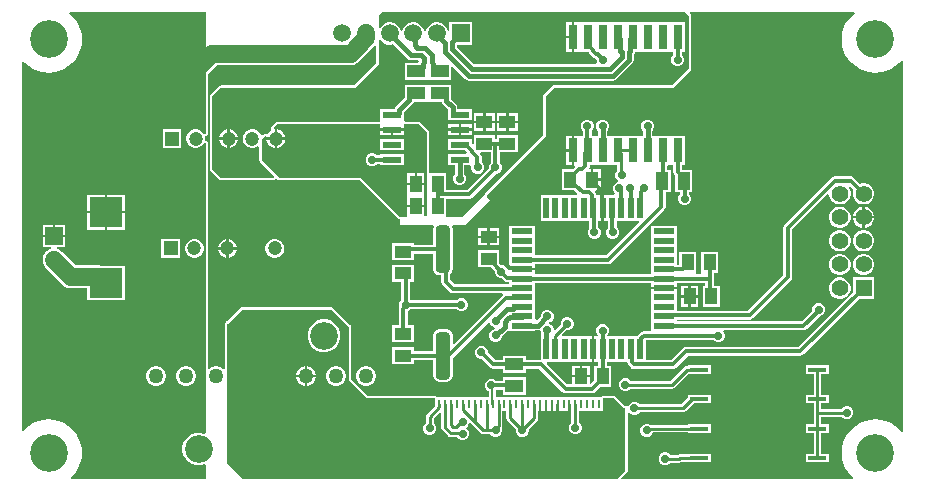
<source format=gtl>
G04*
G04 #@! TF.GenerationSoftware,Altium Limited,Altium Designer,23.11.1 (41)*
G04*
G04 Layer_Physical_Order=1*
G04 Layer_Color=255*
%FSLAX43Y43*%
%MOMM*%
G71*
G04*
G04 #@! TF.SameCoordinates,A9BB8E2F-42CC-474E-B4F6-770058E49C0A*
G04*
G04*
G04 #@! TF.FilePolarity,Positive*
G04*
G01*
G75*
%ADD12C,0.200*%
%ADD13C,0.254*%
%ADD39R,1.400X1.050*%
%ADD40R,1.050X1.400*%
%ADD41R,1.500X1.050*%
%ADD42R,1.600X0.600*%
G04:AMPARAMS|DCode=43|XSize=1.2mm|YSize=4mm|CornerRadius=0.3mm|HoleSize=0mm|Usage=FLASHONLY|Rotation=180.000|XOffset=0mm|YOffset=0mm|HoleType=Round|Shape=RoundedRectangle|*
%AMROUNDEDRECTD43*
21,1,1.200,3.400,0,0,180.0*
21,1,0.600,4.000,0,0,180.0*
1,1,0.600,-0.300,1.700*
1,1,0.600,0.300,1.700*
1,1,0.600,0.300,-1.700*
1,1,0.600,-0.300,-1.700*
%
%ADD43ROUNDEDRECTD43*%
%ADD44R,0.280X0.750*%
%ADD45R,1.800X0.500*%
%ADD46R,0.500X1.800*%
%ADD47R,2.770X2.550*%
%ADD48R,1.600X0.300*%
%ADD49R,0.800X2.100*%
%ADD50R,1.050X1.500*%
%ADD51C,0.350*%
%ADD52C,0.381*%
%ADD53C,0.250*%
%ADD54C,1.500*%
%ADD55C,1.200*%
%ADD56R,1.200X1.200*%
%ADD57R,1.500X1.500*%
%ADD58C,1.500*%
%ADD59C,1.400*%
%ADD60R,1.400X1.400*%
%ADD61C,1.260*%
%ADD62C,2.350*%
%ADD63R,1.500X1.500*%
%ADD64C,3.200*%
%ADD65C,0.700*%
G36*
X56713Y39478D02*
X56713Y35013D01*
X55300Y33600D01*
X45207D01*
X44400Y32793D01*
Y29377D01*
X39650Y24627D01*
X39469Y24447D01*
X39469D01*
X37493Y22470D01*
X36292D01*
X36165Y22470D01*
Y23988D01*
X37627D01*
X37627Y23988D01*
X38063D01*
X38209Y24017D01*
X38333Y24100D01*
X40354Y26120D01*
X40413D01*
X40615Y26204D01*
X40770Y26358D01*
X40854Y26561D01*
Y26779D01*
X40770Y26982D01*
X40686Y27065D01*
Y27933D01*
X42249D01*
Y29382D01*
X40449D01*
Y29040D01*
X40304D01*
Y29382D01*
X38504D01*
Y28668D01*
X38379Y28613D01*
X38315Y28663D01*
Y29100D01*
X36315D01*
Y28100D01*
X37774D01*
X37909Y27965D01*
X37871Y27849D01*
X37846Y27830D01*
X36315D01*
Y26830D01*
X36917D01*
Y26090D01*
X36849Y26022D01*
X36765Y25819D01*
Y25601D01*
X36849Y25398D01*
X37003Y25244D01*
X37206Y25160D01*
X37424D01*
X37627Y25244D01*
X37781Y25398D01*
X37865Y25601D01*
Y25819D01*
X37781Y26022D01*
X37713Y26090D01*
Y26830D01*
X38181D01*
X38298Y26779D01*
X38298Y26710D01*
Y26561D01*
X38381Y26358D01*
X38536Y26204D01*
X38738Y26120D01*
X38957D01*
X39159Y26204D01*
X39314Y26358D01*
X39398Y26561D01*
Y26779D01*
X39314Y26982D01*
X39163Y27132D01*
Y27525D01*
X39134Y27672D01*
X39051Y27796D01*
X39032Y27815D01*
X39080Y27933D01*
X39922D01*
Y27065D01*
X39838Y26982D01*
X39754Y26779D01*
Y26602D01*
X37905Y24752D01*
X37627D01*
X37627Y24752D01*
X36165D01*
Y26170D01*
X34719D01*
Y29670D01*
X34719Y29670D01*
X34703Y29748D01*
X34659Y29814D01*
X33990Y30484D01*
X33923Y30528D01*
X33845Y30544D01*
X32674D01*
X32600Y30640D01*
X32600Y30670D01*
Y31211D01*
X32608Y31250D01*
Y31375D01*
X33337Y32104D01*
X33415Y32220D01*
X34538D01*
X34565Y32220D01*
X34665D01*
X34692Y32220D01*
X35788D01*
X35807Y32128D01*
X35893Y31999D01*
X36307Y31585D01*
Y31250D01*
X36315Y31211D01*
Y30640D01*
X38315D01*
Y31640D01*
X37104D01*
Y31750D01*
X37073Y31902D01*
X36987Y32031D01*
X36573Y32445D01*
Y32611D01*
X36565Y32649D01*
Y33670D01*
X34692D01*
X34665Y33670D01*
X34565D01*
X34538Y33670D01*
X32665D01*
Y32649D01*
X32657Y32611D01*
Y32550D01*
X31928Y31821D01*
X31842Y31692D01*
X31831Y31640D01*
X30600D01*
Y30671D01*
X30600Y30640D01*
X30526Y30544D01*
X21881D01*
X21803Y30528D01*
X21737Y30484D01*
X21414Y30161D01*
X21407Y30150D01*
X21397Y30141D01*
X21385Y30117D01*
X21370Y30095D01*
X21367Y30082D01*
X21361Y30070D01*
X21360Y30043D01*
X21354Y30017D01*
X21357Y30004D01*
X21356Y29991D01*
X21365Y29965D01*
X21370Y29939D01*
X21354Y29813D01*
X21352Y29802D01*
X21259Y29749D01*
X21110Y29600D01*
X21055Y29506D01*
X20920Y29489D01*
X20894Y29494D01*
X20868Y29503D01*
X20855Y29502D01*
X20842Y29504D01*
X20816Y29499D01*
X20789Y29497D01*
X20777Y29491D01*
X20764Y29489D01*
X20741Y29474D01*
X20718Y29462D01*
X20709Y29452D01*
X20697Y29445D01*
X20622Y29369D01*
X20500Y29402D01*
X20495Y29418D01*
X20390Y29600D01*
X20241Y29749D01*
X20059Y29854D01*
X19855Y29909D01*
X19645D01*
X19441Y29854D01*
X19259Y29749D01*
X19110Y29600D01*
X19005Y29418D01*
X18950Y29214D01*
Y29003D01*
X19005Y28800D01*
X19110Y28618D01*
X19259Y28469D01*
X19441Y28363D01*
X19645Y28309D01*
X19855D01*
X20059Y28363D01*
X20219Y28456D01*
X20346Y28413D01*
Y27247D01*
X20362Y27169D01*
X20406Y27103D01*
X21602Y25906D01*
X21554Y25789D01*
X17092D01*
X16380Y26500D01*
X16363D01*
Y32716D01*
X16378D01*
X17062Y33400D01*
X28411D01*
X30449Y35438D01*
Y37464D01*
X30576Y37498D01*
X30623Y37417D01*
X30800Y37240D01*
X31017Y37115D01*
X31258Y37050D01*
X31508D01*
X31702Y37102D01*
X32923Y35881D01*
X33052Y35795D01*
X33205Y35765D01*
X33771D01*
X33839Y35638D01*
X33807Y35590D01*
X33793Y35520D01*
X32665D01*
Y34070D01*
X34565D01*
Y34070D01*
X34665D01*
Y34070D01*
X36565D01*
Y35187D01*
X36682Y35236D01*
X37800Y34118D01*
X37929Y34032D01*
X38081Y34002D01*
X50274D01*
X50426Y34032D01*
X50555Y34118D01*
X51927Y35490D01*
X52013Y35619D01*
X52043Y35771D01*
Y36236D01*
X52121Y36352D01*
X52141Y36452D01*
X52598Y36452D01*
X52690Y36452D01*
X53776D01*
X53868Y36452D01*
X53960Y36452D01*
X55046D01*
X55138Y36452D01*
X55230Y36452D01*
X55390D01*
Y36162D01*
X55306Y36078D01*
X55223Y35876D01*
Y35657D01*
X55306Y35455D01*
X55461Y35300D01*
X55663Y35216D01*
X55882D01*
X56084Y35300D01*
X56239Y35455D01*
X56323Y35657D01*
Y35876D01*
X56239Y36078D01*
X56155Y36162D01*
Y36452D01*
X56373D01*
Y38952D01*
X55230D01*
X55138Y38952D01*
X55046Y38952D01*
X53960D01*
X53868Y38952D01*
X53776Y38952D01*
X52690D01*
X52598Y38952D01*
X52506Y38952D01*
X51363D01*
Y38952D01*
X51293D01*
Y38952D01*
X50093D01*
Y38952D01*
X50023D01*
Y38952D01*
X48823D01*
Y38952D01*
X48753D01*
Y38952D01*
X47610D01*
X47518Y38952D01*
X47426Y38952D01*
X46983D01*
Y37702D01*
Y36452D01*
X47426D01*
X47518Y36452D01*
X47610Y36452D01*
X48212D01*
X48267Y36397D01*
X48272Y36373D01*
X48355Y36249D01*
X48597Y36007D01*
X48721Y35924D01*
X48805Y35907D01*
X48928Y35785D01*
Y35666D01*
X48972Y35560D01*
X48887Y35433D01*
X38509D01*
X37099Y36843D01*
Y37050D01*
X38333D01*
Y38950D01*
X36433D01*
Y38243D01*
X36306Y38226D01*
X36269Y38367D01*
X36144Y38583D01*
X35967Y38760D01*
X35750Y38885D01*
X35508Y38950D01*
X35258D01*
X35017Y38885D01*
X34800Y38760D01*
X34623Y38583D01*
X34498Y38367D01*
X34449Y38184D01*
X34318D01*
X34269Y38367D01*
X34144Y38583D01*
X33967Y38760D01*
X33750Y38885D01*
X33508Y38950D01*
X33258D01*
X33017Y38885D01*
X32800Y38760D01*
X32623Y38583D01*
X32498Y38367D01*
X32449Y38184D01*
X32318D01*
X32269Y38367D01*
X32144Y38583D01*
X31967Y38760D01*
X31750Y38885D01*
X31508Y38950D01*
X31258D01*
X31017Y38885D01*
X30800Y38760D01*
X30623Y38583D01*
X30576Y38502D01*
X30449Y38536D01*
Y39533D01*
X30761Y39845D01*
X56345D01*
X56713Y39478D01*
D02*
G37*
G36*
X15790Y29508D02*
X15663Y29474D01*
X15590Y29600D01*
X15441Y29749D01*
X15259Y29854D01*
X15055Y29909D01*
X14845D01*
X14641Y29854D01*
X14459Y29749D01*
X14310Y29600D01*
X14205Y29418D01*
X14150Y29214D01*
Y29003D01*
X14205Y28800D01*
X14310Y28618D01*
X14459Y28469D01*
X14641Y28363D01*
X14845Y28309D01*
X15055D01*
X15259Y28363D01*
X15441Y28469D01*
X15590Y28618D01*
X15663Y28744D01*
X15790Y28710D01*
Y4209D01*
X15663Y4124D01*
X15381Y4200D01*
X15019D01*
X14669Y4106D01*
X14356Y3925D01*
X14100Y3669D01*
X13919Y3356D01*
X13825Y3006D01*
Y2644D01*
X13919Y2294D01*
X14100Y1981D01*
X14356Y1725D01*
X14669Y1544D01*
X15019Y1450D01*
X15381D01*
X15663Y1526D01*
X15790Y1441D01*
Y255D01*
X4408D01*
X4364Y374D01*
X4505Y495D01*
X4794Y833D01*
X5027Y1213D01*
X5197Y1624D01*
X5301Y2056D01*
X5336Y2500D01*
X5301Y2944D01*
X5197Y3376D01*
X5027Y3787D01*
X4794Y4167D01*
X4505Y4505D01*
X4167Y4794D01*
X3787Y5027D01*
X3376Y5197D01*
X2944Y5301D01*
X2500Y5336D01*
X2056Y5301D01*
X1624Y5197D01*
X1213Y5027D01*
X833Y4794D01*
X495Y4505D01*
X374Y4364D01*
X255Y4408D01*
Y35592D01*
X374Y35636D01*
X495Y35495D01*
X833Y35206D01*
X1213Y34973D01*
X1624Y34803D01*
X2056Y34699D01*
X2500Y34664D01*
X2944Y34699D01*
X3376Y34803D01*
X3787Y34973D01*
X4167Y35206D01*
X4505Y35495D01*
X4794Y35833D01*
X5027Y36213D01*
X5197Y36624D01*
X5301Y37056D01*
X5336Y37500D01*
X5301Y37944D01*
X5197Y38376D01*
X5027Y38787D01*
X4794Y39167D01*
X4505Y39505D01*
X4256Y39718D01*
X4303Y39845D01*
X15790D01*
Y29508D01*
D02*
G37*
G36*
X34515Y29670D02*
Y22567D01*
X34442Y22511D01*
X34315Y22574D01*
Y23270D01*
X33590D01*
X32865D01*
X32865Y22470D01*
X32738Y22470D01*
X32280D01*
X28961Y25789D01*
X22008D01*
X20550Y27247D01*
Y29009D01*
X20842Y29300D01*
X20956Y29235D01*
X20950Y29214D01*
Y29209D01*
X21650D01*
Y29909D01*
X21645D01*
X21624Y29903D01*
X21558Y30017D01*
X21881Y30340D01*
X30600D01*
Y29970D01*
X31600D01*
X32600D01*
Y30340D01*
X33845D01*
X34515Y29670D01*
D02*
G37*
G36*
X70744Y39718D02*
X70495Y39505D01*
X70206Y39167D01*
X69973Y38787D01*
X69803Y38376D01*
X69699Y37944D01*
X69664Y37500D01*
X69699Y37056D01*
X69803Y36624D01*
X69973Y36213D01*
X70206Y35833D01*
X70495Y35495D01*
X70833Y35206D01*
X71213Y34973D01*
X71624Y34803D01*
X72056Y34699D01*
X72500Y34664D01*
X72944Y34699D01*
X73376Y34803D01*
X73787Y34973D01*
X74167Y35206D01*
X74505Y35495D01*
X74718Y35744D01*
X74845Y35697D01*
Y4303D01*
X74718Y4256D01*
X74505Y4505D01*
X74167Y4794D01*
X73787Y5027D01*
X73376Y5197D01*
X72944Y5301D01*
X72500Y5336D01*
X72056Y5301D01*
X71624Y5197D01*
X71213Y5027D01*
X70833Y4794D01*
X70495Y4505D01*
X70206Y4167D01*
X69973Y3787D01*
X69803Y3376D01*
X69699Y2944D01*
X69664Y2500D01*
X69699Y2056D01*
X69803Y1624D01*
X69973Y1213D01*
X70206Y833D01*
X70495Y495D01*
X70636Y374D01*
X70592Y255D01*
X51047D01*
X50999Y372D01*
X51482Y856D01*
X51527Y922D01*
X51542Y1000D01*
Y5859D01*
X51669Y5912D01*
X51781Y5799D01*
X51984Y5716D01*
X52202D01*
X52405Y5799D01*
X52539Y5934D01*
X56216D01*
X56342Y5959D01*
X56450Y6031D01*
X57119Y6700D01*
X58600D01*
Y7400D01*
X56600D01*
Y7119D01*
X56078Y6597D01*
X52539D01*
X52405Y6732D01*
X52202Y6816D01*
X51984D01*
X51781Y6732D01*
X51627Y6577D01*
X51587Y6481D01*
X51568Y6468D01*
X51433Y6442D01*
X51416Y6454D01*
X51338Y6470D01*
X51329D01*
X50544Y7254D01*
X50478Y7298D01*
X50400Y7314D01*
X49440D01*
X49362Y7298D01*
X49296Y7254D01*
X49252Y7188D01*
X49251Y7185D01*
X40366D01*
Y7809D01*
X40381Y7824D01*
X40999D01*
Y7432D01*
X42899D01*
Y8882D01*
X40999D01*
Y8589D01*
X40381D01*
X40297Y8673D01*
X40095Y8756D01*
X39876D01*
X39674Y8673D01*
X39519Y8518D01*
X39436Y8316D01*
Y8097D01*
X39519Y7895D01*
X39674Y7740D01*
X39754Y7707D01*
Y7185D01*
X35449D01*
X35448Y7188D01*
X35404Y7254D01*
X35338Y7298D01*
X35260Y7314D01*
X29588D01*
X28120Y8781D01*
X28104Y13181D01*
X28096Y13219D01*
X28088Y13258D01*
X28088Y13258D01*
X28088Y13259D01*
X28066Y13292D01*
X28044Y13324D01*
X26599Y14769D01*
X26533Y14813D01*
X26455Y14829D01*
X18900D01*
X18822Y14813D01*
X18756Y14769D01*
X18756Y14769D01*
X17627Y13641D01*
X17559Y13627D01*
X17493Y13583D01*
X17449Y13517D01*
X17433Y13439D01*
Y9610D01*
X17306Y9558D01*
X17200Y9664D01*
X17010Y9773D01*
X16799Y9830D01*
X16581D01*
X16370Y9773D01*
X16180Y9664D01*
X16121Y9605D01*
X15994Y9657D01*
Y28710D01*
X15991Y28723D01*
X15992Y28737D01*
X15984Y28762D01*
X15979Y28788D01*
X15971Y28799D01*
X15967Y28812D01*
X15949Y28832D01*
X15934Y28854D01*
X15923Y28862D01*
X15914Y28872D01*
X15890Y28884D01*
X15868Y28898D01*
X15855Y28901D01*
X15843Y28907D01*
X15732Y28937D01*
X15750Y29003D01*
Y29214D01*
X15732Y29281D01*
X15843Y29311D01*
X15855Y29317D01*
X15868Y29319D01*
X15890Y29334D01*
X15914Y29346D01*
X15923Y29356D01*
X15934Y29363D01*
X15949Y29386D01*
X15967Y29406D01*
X15971Y29418D01*
X15979Y29430D01*
X15984Y29456D01*
X15992Y29481D01*
X15991Y29494D01*
X15994Y29508D01*
Y34570D01*
X16766Y35342D01*
X28087D01*
X28335Y35374D01*
X28567Y35470D01*
X28765Y35622D01*
X30061Y36918D01*
X30118Y36993D01*
X30245Y36950D01*
Y35522D01*
X28327Y33604D01*
X17062D01*
X16984Y33588D01*
X16918Y33544D01*
X16918Y33544D01*
X16263Y32890D01*
X16219Y32860D01*
X16175Y32794D01*
X16159Y32716D01*
Y26500D01*
X16175Y26422D01*
X16219Y26356D01*
X16271Y26321D01*
X16947Y25645D01*
X17014Y25600D01*
X17092Y25585D01*
X21554D01*
X21632Y25600D01*
X21698Y25645D01*
X21851Y25657D01*
X21864Y25645D01*
X21930Y25600D01*
X22008Y25585D01*
X28877D01*
X32136Y22326D01*
X32202Y22282D01*
X32280Y22266D01*
Y21899D01*
X32138Y21757D01*
X35076D01*
X35136Y21645D01*
X35125Y21627D01*
X35086Y21432D01*
Y20115D01*
X33414D01*
Y20258D01*
X31614D01*
Y18808D01*
X33414D01*
Y19350D01*
X35086D01*
Y18032D01*
X35125Y17837D01*
X35235Y17672D01*
X35401Y17561D01*
X35596Y17523D01*
X35750D01*
Y16968D01*
X35779Y16822D01*
X35862Y16698D01*
X36457Y16102D01*
X36581Y16019D01*
X36728Y15990D01*
X40929D01*
X40967Y15863D01*
X40945Y15848D01*
X36823Y11726D01*
X36705Y11775D01*
Y12432D01*
X36667Y12627D01*
X36556Y12793D01*
X36391Y12903D01*
X36196Y12942D01*
X35596D01*
X35401Y12903D01*
X35235Y12793D01*
X35125Y12627D01*
X35086Y12432D01*
Y11115D01*
X33414D01*
Y11457D01*
X31614D01*
Y10007D01*
X33414D01*
Y10350D01*
X35086D01*
Y9032D01*
X35125Y8837D01*
X35235Y8672D01*
X35401Y8561D01*
X35596Y8523D01*
X36196D01*
X36391Y8561D01*
X36556Y8672D01*
X36667Y8837D01*
X36705Y9032D01*
Y10527D01*
X39702Y13524D01*
X39852Y13494D01*
X39901Y13375D01*
X40056Y13220D01*
X40214Y13154D01*
X40270Y13039D01*
X40273Y13009D01*
X40258Y12984D01*
X40056Y12901D01*
X39901Y12746D01*
X39817Y12544D01*
Y12325D01*
X39901Y12123D01*
X40056Y11968D01*
X40258Y11884D01*
X40477D01*
X40679Y11968D01*
X40833Y12123D01*
X40917Y12325D01*
Y12421D01*
X41377Y12881D01*
X41428Y12874D01*
X41504Y12837D01*
Y12803D01*
X43704D01*
Y12855D01*
X43912D01*
X44036Y12879D01*
X44040Y12880D01*
X44164Y12810D01*
Y12773D01*
X44206Y12670D01*
Y12353D01*
X44154D01*
Y10390D01*
X42899D01*
Y10732D01*
X40999D01*
Y10390D01*
X40305D01*
X39694Y11001D01*
Y11119D01*
X39610Y11322D01*
X39456Y11476D01*
X39253Y11560D01*
X39035D01*
X38832Y11476D01*
X38678Y11322D01*
X38594Y11119D01*
Y10901D01*
X38678Y10699D01*
X38832Y10544D01*
X39035Y10460D01*
X39153D01*
X39876Y9737D01*
X40000Y9654D01*
X40147Y9625D01*
X40999D01*
Y9282D01*
X42899D01*
Y9625D01*
X44011D01*
X45999Y7637D01*
X46123Y7554D01*
X46269Y7525D01*
X48529D01*
X48675Y7554D01*
X48799Y7637D01*
X49245Y8082D01*
X50154D01*
Y9882D01*
X49786D01*
Y10153D01*
X51503D01*
X51526Y10036D01*
X51609Y9912D01*
X51814Y9707D01*
X51938Y9624D01*
X52084Y9595D01*
X55328D01*
X55475Y9624D01*
X55599Y9707D01*
X56609Y10718D01*
X66157D01*
X66303Y10747D01*
X66427Y10830D01*
X71141Y15543D01*
X72400D01*
Y17343D01*
X70600D01*
Y16084D01*
X65999Y11482D01*
X56451D01*
X56304Y11453D01*
X56180Y11370D01*
X55170Y10360D01*
X53054D01*
Y11291D01*
X53061Y11328D01*
Y12018D01*
X58805D01*
X58888Y11934D01*
X59091Y11850D01*
X59309D01*
X59512Y11934D01*
X59666Y12088D01*
X59750Y12291D01*
Y12509D01*
X59666Y12712D01*
X59634Y12743D01*
X59687Y12870D01*
X66416D01*
X66562Y12899D01*
X66687Y12982D01*
X67785Y14081D01*
X67809D01*
X68012Y14165D01*
X68166Y14320D01*
X68250Y14522D01*
Y14741D01*
X68166Y14943D01*
X68012Y15098D01*
X67809Y15181D01*
X67591D01*
X67388Y15098D01*
X67234Y14943D01*
X67150Y14741D01*
Y14527D01*
X66258Y13635D01*
X55704D01*
Y13770D01*
X61857D01*
X62004Y13799D01*
X62128Y13882D01*
X65370Y17125D01*
X65453Y17249D01*
X65482Y17395D01*
Y21405D01*
X68483Y24405D01*
X68600Y24356D01*
Y24324D01*
X68661Y24095D01*
X68780Y23890D01*
X68947Y23723D01*
X69153Y23604D01*
X69382Y23543D01*
X69618D01*
X69847Y23604D01*
X70053Y23723D01*
X70220Y23890D01*
X70339Y24095D01*
X70400Y24324D01*
Y24561D01*
X70339Y24790D01*
X70271Y24908D01*
X70335Y25050D01*
X70349Y25053D01*
X70651Y24751D01*
X70600Y24561D01*
Y24324D01*
X70661Y24095D01*
X70780Y23890D01*
X70947Y23723D01*
X71153Y23604D01*
X71382Y23543D01*
X71618D01*
X71847Y23604D01*
X72053Y23723D01*
X72220Y23890D01*
X72339Y24095D01*
X72400Y24324D01*
Y24561D01*
X72339Y24790D01*
X72220Y24995D01*
X72053Y25163D01*
X71847Y25282D01*
X71618Y25343D01*
X71382D01*
X71192Y25292D01*
X70695Y25788D01*
X70571Y25871D01*
X70425Y25900D01*
X69055D01*
X68908Y25871D01*
X68784Y25788D01*
X64830Y21833D01*
X64747Y21709D01*
X64718Y21563D01*
Y17554D01*
X61699Y14535D01*
X55704D01*
Y15203D01*
Y16003D01*
Y16353D01*
X54604D01*
X53504D01*
Y16003D01*
Y15203D01*
Y14403D01*
Y13603D01*
Y12803D01*
X53386Y12782D01*
X52884D01*
X52738Y12753D01*
X52614Y12670D01*
X52409Y12465D01*
X52333Y12353D01*
X49842D01*
X49810Y12480D01*
X49870Y12540D01*
X49954Y12743D01*
Y12961D01*
X49870Y13164D01*
X49716Y13318D01*
X49513Y13402D01*
X49295D01*
X49093Y13318D01*
X48938Y13164D01*
X48854Y12961D01*
Y12743D01*
X48938Y12540D01*
X48999Y12480D01*
X48966Y12353D01*
X48704D01*
Y11253D01*
Y10153D01*
X49022D01*
Y9882D01*
X48704D01*
Y8623D01*
X48431Y8350D01*
X48304Y8403D01*
Y8882D01*
X47579D01*
X46854D01*
Y8290D01*
X46427D01*
X44682Y10035D01*
X44730Y10153D01*
X48504D01*
Y11253D01*
Y12353D01*
X45981D01*
X45932Y12470D01*
X46324Y12862D01*
X46512D01*
X46714Y12946D01*
X46869Y13101D01*
X46952Y13303D01*
Y13521D01*
X46869Y13724D01*
X46714Y13878D01*
X46512Y13962D01*
X46293D01*
X46091Y13878D01*
X45936Y13724D01*
X45852Y13521D01*
Y13334D01*
X45390Y12872D01*
X45263Y12924D01*
Y12991D01*
X45180Y13194D01*
X45025Y13348D01*
X44902Y13399D01*
Y13537D01*
X45025Y13588D01*
X45180Y13742D01*
X45263Y13944D01*
Y14163D01*
X45180Y14365D01*
X45025Y14520D01*
X44823Y14604D01*
X44604D01*
X44402Y14520D01*
X44247Y14365D01*
X44164Y14163D01*
Y14067D01*
X43831Y13734D01*
X43704Y13787D01*
Y14403D01*
Y15203D01*
Y16003D01*
Y16870D01*
X44573D01*
X44612Y16863D01*
X49276D01*
X49315Y16855D01*
X50265D01*
X50343Y16870D01*
X51808D01*
X51808Y16870D01*
X53504D01*
Y16553D01*
X54604D01*
X55704D01*
Y16870D01*
X58090D01*
Y16639D01*
X57893D01*
Y14839D01*
X59343D01*
Y16639D01*
X58854D01*
Y17739D01*
X59197D01*
Y19539D01*
X57747D01*
Y17739D01*
X57691Y17635D01*
X57403D01*
X57347Y17739D01*
Y19539D01*
X55897D01*
Y18435D01*
X55704D01*
Y19203D01*
Y20003D01*
Y20803D01*
Y21703D01*
X53504D01*
Y20803D01*
Y20003D01*
Y19203D01*
Y18403D01*
Y17635D01*
X51808D01*
X51808Y17635D01*
X50281D01*
X50202Y17619D01*
X49346D01*
X49307Y17627D01*
X44643D01*
X44604Y17635D01*
X43704D01*
Y17953D01*
X42604D01*
X41429D01*
X41383Y17947D01*
X41300Y18149D01*
X41145Y18304D01*
X40943Y18388D01*
X40824D01*
X40663Y18549D01*
Y18578D01*
X40656Y18615D01*
Y19653D01*
X38856D01*
Y18203D01*
X39953D01*
X40004Y18126D01*
X40283Y17847D01*
Y17728D01*
X40367Y17526D01*
X40522Y17371D01*
X40724Y17288D01*
X40855D01*
X41086Y17057D01*
X41210Y16974D01*
X41356Y16945D01*
X41504D01*
Y16755D01*
X36886D01*
X36514Y17126D01*
Y17644D01*
X36556Y17672D01*
X36667Y17837D01*
X36705Y18032D01*
Y21432D01*
X36667Y21627D01*
X36655Y21645D01*
X36715Y21757D01*
X37756D01*
X39913Y23914D01*
X39913Y23914D01*
X39640Y24187D01*
X39659Y24348D01*
X39794Y24483D01*
X44544Y29233D01*
X44588Y29299D01*
X44604Y29377D01*
Y32709D01*
X45291Y33396D01*
X55300D01*
X55378Y33412D01*
X55444Y33456D01*
X56857Y34868D01*
X56857Y34868D01*
X56901Y34935D01*
X56916Y35013D01*
X56916Y39478D01*
X56916Y39478D01*
X56901Y39556D01*
X56857Y39622D01*
X56751Y39728D01*
X56800Y39845D01*
X70697D01*
X70744Y39718D01*
D02*
G37*
G36*
X27900Y13180D02*
X27917Y8697D01*
X29499Y7114D01*
Y7110D01*
X35260D01*
Y6503D01*
X34535Y5778D01*
X34463Y5671D01*
X34438Y5544D01*
Y5009D01*
X34303Y4874D01*
X34219Y4672D01*
Y4453D01*
X34303Y4251D01*
X34458Y4096D01*
X34660Y4012D01*
X34879D01*
X35081Y4096D01*
X35235Y4251D01*
X35319Y4453D01*
Y4672D01*
X35235Y4874D01*
X35100Y5009D01*
Y5407D01*
X35642Y5948D01*
X35769Y5895D01*
Y4622D01*
X35794Y4495D01*
X35866Y4388D01*
X36305Y3948D01*
X36413Y3877D01*
X36539Y3851D01*
X37078D01*
X37098Y3803D01*
X37253Y3648D01*
X37455Y3564D01*
X37674D01*
X37876Y3648D01*
X38031Y3803D01*
X38115Y4005D01*
Y4223D01*
X38031Y4426D01*
X37921Y4535D01*
X37884Y4602D01*
X37920Y4700D01*
X38016Y4796D01*
X38100Y4998D01*
Y5001D01*
X38217Y5049D01*
X39087Y4179D01*
X39195Y4107D01*
X39322Y4082D01*
X39918D01*
X40053Y3947D01*
X40255Y3864D01*
X40474D01*
X40676Y3947D01*
X40831Y4102D01*
X40915Y4304D01*
Y4523D01*
X40881Y4606D01*
X40906Y4644D01*
X40931Y4771D01*
Y6035D01*
X41269D01*
Y5414D01*
X41294Y5287D01*
X41366Y5179D01*
X42050Y4495D01*
Y4304D01*
X42134Y4102D01*
X42288Y3947D01*
X42491Y3864D01*
X42709D01*
X42912Y3947D01*
X43066Y4102D01*
X43150Y4304D01*
Y4495D01*
X43834Y5179D01*
X43906Y5287D01*
X43931Y5414D01*
Y6035D01*
X44000D01*
Y6610D01*
X44200D01*
Y6035D01*
X44500D01*
Y6610D01*
X44700D01*
Y6035D01*
X45000D01*
Y6610D01*
X45200D01*
Y6035D01*
X45500D01*
Y6610D01*
X45700D01*
Y6035D01*
X46500D01*
Y6610D01*
X46700D01*
Y6035D01*
X46769D01*
Y5046D01*
X46634Y4912D01*
X46550Y4709D01*
Y4491D01*
X46634Y4288D01*
X46788Y4134D01*
X46991Y4050D01*
X47209D01*
X47412Y4134D01*
X47566Y4288D01*
X47650Y4491D01*
Y4709D01*
X47566Y4912D01*
X47431Y5046D01*
Y6035D01*
X49440D01*
Y7110D01*
X50400D01*
X51244Y6266D01*
X51338D01*
Y1000D01*
X50593Y255D01*
X18945D01*
X17681Y1519D01*
X17637D01*
Y13439D01*
X17714D01*
X18900Y14625D01*
X26455D01*
X27900Y13180D01*
D02*
G37*
%LPC*%
G36*
X46783Y38952D02*
X46283D01*
Y37802D01*
X46783D01*
Y38952D01*
D02*
G37*
G36*
Y37602D02*
X46283D01*
Y36452D01*
X46783D01*
Y37602D01*
D02*
G37*
G36*
X40304Y31233D02*
X39504D01*
Y30608D01*
X40304D01*
Y31233D01*
D02*
G37*
G36*
X42249D02*
X41449D01*
Y30608D01*
X42249D01*
Y31233D01*
D02*
G37*
G36*
X41249D02*
X40449D01*
Y30608D01*
X41249D01*
Y31233D01*
D02*
G37*
G36*
X39304D02*
X38504D01*
Y30608D01*
X39304D01*
Y31233D01*
D02*
G37*
G36*
X38315Y30370D02*
X37415D01*
Y29970D01*
X38315D01*
Y30370D01*
D02*
G37*
G36*
X37215D02*
X36315D01*
Y29970D01*
X37215D01*
Y30370D01*
D02*
G37*
G36*
X42249Y30407D02*
X41449D01*
Y29782D01*
X42249D01*
Y30407D01*
D02*
G37*
G36*
X41249D02*
X40449D01*
Y29782D01*
X41249D01*
Y30407D01*
D02*
G37*
G36*
X40304D02*
X39504D01*
Y29782D01*
X40304D01*
Y30407D01*
D02*
G37*
G36*
X39304D02*
X38504D01*
Y29782D01*
X39304D01*
Y30407D01*
D02*
G37*
G36*
X38315Y29770D02*
X37415D01*
Y29370D01*
X38315D01*
Y29770D01*
D02*
G37*
G36*
X37215D02*
X36315D01*
Y29370D01*
X37215D01*
Y29770D01*
D02*
G37*
G36*
X17855Y29909D02*
X17850D01*
Y29209D01*
X18550D01*
Y29214D01*
X18495Y29418D01*
X18390Y29600D01*
X18241Y29749D01*
X18059Y29854D01*
X17855Y29909D01*
D02*
G37*
G36*
X17650D02*
X17645D01*
X17441Y29854D01*
X17259Y29749D01*
X17110Y29600D01*
X17005Y29418D01*
X16950Y29214D01*
Y29209D01*
X17650D01*
Y29909D01*
D02*
G37*
G36*
X18550Y29009D02*
X17850D01*
Y28309D01*
X17855D01*
X18059Y28363D01*
X18241Y28469D01*
X18390Y28618D01*
X18495Y28800D01*
X18550Y29003D01*
Y29009D01*
D02*
G37*
G36*
X17650D02*
X16950D01*
Y29003D01*
X17005Y28800D01*
X17110Y28618D01*
X17259Y28469D01*
X17441Y28363D01*
X17645Y28309D01*
X17650D01*
Y29009D01*
D02*
G37*
G36*
X13750Y29909D02*
X12150D01*
Y28309D01*
X13750D01*
Y29909D01*
D02*
G37*
G36*
X8964Y24353D02*
X7479D01*
Y22978D01*
X8964D01*
Y24353D01*
D02*
G37*
G36*
X7279D02*
X5794D01*
Y22978D01*
X7279D01*
Y24353D01*
D02*
G37*
G36*
X8964Y22778D02*
X7479D01*
Y21403D01*
X8964D01*
Y22778D01*
D02*
G37*
G36*
X7279D02*
X5794D01*
Y21403D01*
X7279D01*
Y22778D01*
D02*
G37*
G36*
X3901Y21814D02*
X3051D01*
Y20964D01*
X3901D01*
Y21814D01*
D02*
G37*
G36*
X2851D02*
X2001D01*
Y20964D01*
X2851D01*
Y21814D01*
D02*
G37*
G36*
X14955Y20600D02*
X14745D01*
X14541Y20545D01*
X14359Y20440D01*
X14210Y20291D01*
X14105Y20109D01*
X14050Y19905D01*
Y19695D01*
X14105Y19491D01*
X14210Y19309D01*
X14359Y19160D01*
X14541Y19055D01*
X14745Y19000D01*
X14955D01*
X15159Y19055D01*
X15341Y19160D01*
X15490Y19309D01*
X15595Y19491D01*
X15650Y19695D01*
Y19905D01*
X15595Y20109D01*
X15490Y20291D01*
X15341Y20440D01*
X15159Y20545D01*
X14955Y20600D01*
D02*
G37*
G36*
X13650D02*
X12050D01*
Y19000D01*
X13650D01*
Y20600D01*
D02*
G37*
G36*
X3901Y20764D02*
X2951D01*
X2001D01*
Y19914D01*
X2684D01*
X2703Y19790D01*
X2645Y19766D01*
X2584Y19749D01*
X2530Y19718D01*
X2472Y19694D01*
X2422Y19656D01*
X2367Y19624D01*
X2323Y19580D01*
X2273Y19542D01*
X2235Y19492D01*
X2190Y19447D01*
X2159Y19393D01*
X2121Y19343D01*
X2097Y19285D01*
X2065Y19231D01*
X2049Y19170D01*
X2025Y19112D01*
X2017Y19050D01*
X2001Y18989D01*
Y18926D01*
X1992Y18864D01*
X2001Y18802D01*
Y18739D01*
X2017Y18678D01*
X2025Y18616D01*
X2049Y18558D01*
X2065Y18497D01*
X2097Y18443D01*
X2121Y18385D01*
X2159Y18335D01*
X2190Y18281D01*
X2235Y18236D01*
X2273Y18186D01*
X3734Y16725D01*
X3933Y16573D01*
X4164Y16477D01*
X4412Y16445D01*
X5794D01*
Y15403D01*
X8964D01*
Y18353D01*
X6916D01*
X6854Y18361D01*
X4809D01*
X3628Y19542D01*
X3578Y19580D01*
X3534Y19624D01*
X3480Y19656D01*
X3430Y19694D01*
X3372Y19718D01*
X3317Y19749D01*
X3257Y19766D01*
X3199Y19790D01*
X3218Y19914D01*
X3901D01*
Y20764D01*
D02*
G37*
G36*
X14259Y9830D02*
X14041D01*
X13830Y9773D01*
X13640Y9664D01*
X13486Y9510D01*
X13377Y9320D01*
X13320Y9109D01*
Y8891D01*
X13377Y8680D01*
X13486Y8490D01*
X13640Y8336D01*
X13830Y8227D01*
X14041Y8170D01*
X14259D01*
X14470Y8227D01*
X14660Y8336D01*
X14814Y8490D01*
X14923Y8680D01*
X14980Y8891D01*
Y9109D01*
X14923Y9320D01*
X14814Y9510D01*
X14660Y9664D01*
X14470Y9773D01*
X14259Y9830D01*
D02*
G37*
G36*
X11719D02*
X11501D01*
X11290Y9773D01*
X11100Y9664D01*
X10946Y9510D01*
X10837Y9320D01*
X10780Y9109D01*
Y8891D01*
X10837Y8680D01*
X10946Y8490D01*
X11100Y8336D01*
X11290Y8227D01*
X11501Y8170D01*
X11719D01*
X11930Y8227D01*
X12120Y8336D01*
X12274Y8490D01*
X12383Y8680D01*
X12440Y8891D01*
Y9109D01*
X12383Y9320D01*
X12274Y9510D01*
X12120Y9664D01*
X11930Y9773D01*
X11719Y9830D01*
D02*
G37*
G36*
X32600Y29770D02*
X31700D01*
Y29370D01*
X32600D01*
Y29770D01*
D02*
G37*
G36*
X31500D02*
X30600D01*
Y29370D01*
X31500D01*
Y29770D01*
D02*
G37*
G36*
X21855Y29909D02*
X21850D01*
Y29209D01*
X22550D01*
Y29214D01*
X22495Y29418D01*
X22390Y29600D01*
X22241Y29749D01*
X22059Y29854D01*
X21855Y29909D01*
D02*
G37*
G36*
X22550Y29009D02*
X21850D01*
Y28309D01*
X21855D01*
X22059Y28363D01*
X22241Y28469D01*
X22390Y28618D01*
X22495Y28800D01*
X22550Y29003D01*
Y29009D01*
D02*
G37*
G36*
X21650D02*
X20950D01*
Y29003D01*
X21005Y28800D01*
X21110Y28618D01*
X21259Y28469D01*
X21441Y28363D01*
X21645Y28309D01*
X21650D01*
Y29009D01*
D02*
G37*
G36*
X32600Y29100D02*
X30600D01*
Y28100D01*
X32600D01*
Y29100D01*
D02*
G37*
G36*
X30009Y27850D02*
X29791D01*
X29588Y27766D01*
X29434Y27612D01*
X29350Y27409D01*
Y27191D01*
X29434Y26988D01*
X29588Y26834D01*
X29791Y26750D01*
X30009D01*
X30212Y26834D01*
X30310Y26933D01*
X30600D01*
Y26830D01*
X32600D01*
Y27830D01*
X30600D01*
Y27697D01*
X30280D01*
X30212Y27766D01*
X30009Y27850D01*
D02*
G37*
G36*
X34315Y26170D02*
X33690D01*
Y25370D01*
X34315D01*
Y26170D01*
D02*
G37*
G36*
X33490D02*
X32865D01*
Y25370D01*
X33490D01*
Y26170D01*
D02*
G37*
G36*
X33590Y25270D02*
D01*
Y25170D01*
X32865D01*
Y24397D01*
X32865Y24370D01*
Y24270D01*
X32865Y24243D01*
Y23470D01*
X33590D01*
X34315D01*
Y24243D01*
X34315Y24270D01*
Y24370D01*
X34315Y24397D01*
Y25170D01*
X33590D01*
Y25270D01*
D02*
G37*
G36*
X53342Y30708D02*
X53123D01*
X52921Y30625D01*
X52766Y30470D01*
X52683Y30268D01*
Y30049D01*
X52766Y29847D01*
X52834Y29779D01*
Y29442D01*
X52745Y29352D01*
X52598Y29352D01*
X52506Y29352D01*
X51363D01*
Y29352D01*
X51293D01*
Y29352D01*
X50150D01*
X50058Y29352D01*
X49966Y29352D01*
X49821D01*
Y29779D01*
X49889Y29847D01*
X49973Y30049D01*
Y30268D01*
X49889Y30470D01*
X49734Y30625D01*
X49532Y30708D01*
X49313D01*
X49111Y30625D01*
X48956Y30470D01*
X48873Y30268D01*
Y30049D01*
X48956Y29847D01*
X49024Y29779D01*
Y29442D01*
X48935Y29352D01*
X48788Y29352D01*
X48696Y29352D01*
X48506D01*
Y29792D01*
X48560Y29847D01*
X48644Y30049D01*
Y30268D01*
X48560Y30470D01*
X48406Y30625D01*
X48204Y30708D01*
X47985D01*
X47783Y30625D01*
X47628Y30470D01*
X47544Y30268D01*
Y30049D01*
X47628Y29847D01*
X47741Y29734D01*
Y29352D01*
X47610D01*
X47553Y29352D01*
Y29352D01*
X47483D01*
Y29352D01*
X46983D01*
Y28102D01*
Y26852D01*
X47013D01*
X47066Y26725D01*
X46864Y26524D01*
X45955D01*
Y24724D01*
X46993D01*
X47028Y24717D01*
X47274Y24470D01*
X47226Y24353D01*
X44154D01*
Y22153D01*
X48272D01*
Y21498D01*
X48238Y21464D01*
X48154Y21262D01*
Y21043D01*
X48238Y20841D01*
X48393Y20686D01*
X48595Y20603D01*
X48813D01*
X49016Y20686D01*
X49170Y20841D01*
X49254Y21043D01*
Y21262D01*
X49170Y21464D01*
X49036Y21598D01*
Y22153D01*
X49304D01*
Y23253D01*
Y24353D01*
X48902D01*
X48882Y24449D01*
X48799Y24573D01*
X48766Y24606D01*
X48815Y24724D01*
X49255D01*
Y25524D01*
X48530D01*
Y25624D01*
X48430D01*
Y26524D01*
X48365D01*
X48297Y26651D01*
X48306Y26664D01*
X48335Y26810D01*
Y26852D01*
X48788Y26852D01*
X48880Y26852D01*
X49966D01*
X50058Y26852D01*
X50150Y26852D01*
X50632D01*
Y26384D01*
X50560Y26312D01*
X50476Y26109D01*
Y25891D01*
X50560Y25688D01*
X50693Y25555D01*
X50687Y25456D01*
X50672Y25414D01*
X50528Y25354D01*
X50373Y25199D01*
X50289Y24997D01*
Y24778D01*
X50373Y24576D01*
X50469Y24480D01*
X50417Y24353D01*
X49504D01*
Y23253D01*
Y22153D01*
X49852D01*
Y21518D01*
X49799Y21464D01*
X49715Y21262D01*
Y21043D01*
X49799Y20841D01*
X49953Y20686D01*
X50155Y20603D01*
X50374D01*
X50576Y20686D01*
X50731Y20841D01*
X50815Y21043D01*
Y21262D01*
X50731Y21464D01*
X50617Y21579D01*
Y22153D01*
X52478D01*
X52526Y22035D01*
X49726Y19235D01*
X43704D01*
Y20003D01*
Y20803D01*
Y21703D01*
X41504D01*
Y20803D01*
Y20003D01*
Y19203D01*
Y18153D01*
X42604D01*
X43704D01*
Y18470D01*
X49884D01*
X50031Y18499D01*
X50155Y18582D01*
X54639Y23067D01*
X54722Y23191D01*
X54751Y23337D01*
Y24584D01*
X55160D01*
Y26484D01*
X54885D01*
Y26763D01*
X54975Y26852D01*
X55138Y26852D01*
X55230Y26852D01*
X55390D01*
Y26271D01*
X55419Y26124D01*
X55502Y26000D01*
X55560Y25943D01*
Y24584D01*
X55980D01*
Y24398D01*
X55896Y24314D01*
X55813Y24112D01*
Y23893D01*
X55896Y23691D01*
X56051Y23536D01*
X56253Y23453D01*
X56472D01*
X56674Y23536D01*
X56829Y23691D01*
X56913Y23893D01*
Y24112D01*
X56829Y24314D01*
X56745Y24398D01*
Y24584D01*
X57010D01*
Y26484D01*
X56155D01*
Y26852D01*
X56373D01*
Y29352D01*
X55230D01*
X55138Y29352D01*
X55046Y29352D01*
X53960D01*
X53868Y29352D01*
X53776Y29352D01*
X53631D01*
Y29779D01*
X53699Y29847D01*
X53783Y30049D01*
Y30268D01*
X53699Y30470D01*
X53544Y30625D01*
X53342Y30708D01*
D02*
G37*
G36*
X46783Y29352D02*
X46283D01*
Y28202D01*
X46783D01*
Y29352D01*
D02*
G37*
G36*
Y28002D02*
X46283D01*
Y26852D01*
X46783D01*
Y28002D01*
D02*
G37*
G36*
X49255Y26524D02*
X48630D01*
Y25724D01*
X49255D01*
Y26524D01*
D02*
G37*
G36*
X71618Y23343D02*
X71600D01*
Y22543D01*
X72400D01*
Y22561D01*
X72339Y22790D01*
X72220Y22995D01*
X72053Y23163D01*
X71847Y23282D01*
X71618Y23343D01*
D02*
G37*
G36*
X71400D02*
X71382D01*
X71153Y23282D01*
X70947Y23163D01*
X70780Y22995D01*
X70661Y22790D01*
X70600Y22561D01*
Y22543D01*
X71400D01*
Y23343D01*
D02*
G37*
G36*
X72400Y22343D02*
X71600D01*
Y21543D01*
X71618D01*
X71847Y21604D01*
X72053Y21723D01*
X72220Y21890D01*
X72339Y22095D01*
X72400Y22324D01*
Y22343D01*
D02*
G37*
G36*
X71400D02*
X70600D01*
Y22324D01*
X70661Y22095D01*
X70780Y21890D01*
X70947Y21723D01*
X71153Y21604D01*
X71382Y21543D01*
X71400D01*
Y22343D01*
D02*
G37*
G36*
X69618Y23343D02*
X69382D01*
X69153Y23282D01*
X68947Y23163D01*
X68780Y22995D01*
X68661Y22790D01*
X68600Y22561D01*
Y22324D01*
X68661Y22095D01*
X68780Y21890D01*
X68947Y21723D01*
X69153Y21604D01*
X69382Y21543D01*
X69618D01*
X69847Y21604D01*
X70053Y21723D01*
X70220Y21890D01*
X70339Y22095D01*
X70400Y22324D01*
Y22561D01*
X70339Y22790D01*
X70220Y22995D01*
X70053Y23163D01*
X69847Y23282D01*
X69618Y23343D01*
D02*
G37*
G36*
X40656Y21503D02*
X39856D01*
Y20878D01*
X40656D01*
Y21503D01*
D02*
G37*
G36*
X39656D02*
X38856D01*
Y20878D01*
X39656D01*
Y21503D01*
D02*
G37*
G36*
X40656Y20678D02*
X39856D01*
Y20053D01*
X40656D01*
Y20678D01*
D02*
G37*
G36*
X39656D02*
X38856D01*
Y20053D01*
X39656D01*
Y20678D01*
D02*
G37*
G36*
X17755Y20600D02*
X17750D01*
Y19900D01*
X18450D01*
Y19905D01*
X18395Y20109D01*
X18290Y20291D01*
X18141Y20440D01*
X17959Y20545D01*
X17755Y20600D01*
D02*
G37*
G36*
X17550D02*
X17545D01*
X17341Y20545D01*
X17159Y20440D01*
X17010Y20291D01*
X16905Y20109D01*
X16850Y19905D01*
Y19900D01*
X17550D01*
Y20600D01*
D02*
G37*
G36*
X71618Y21343D02*
X71382D01*
X71153Y21282D01*
X70947Y21163D01*
X70780Y20995D01*
X70661Y20790D01*
X70600Y20561D01*
Y20324D01*
X70661Y20095D01*
X70780Y19890D01*
X70947Y19723D01*
X71153Y19604D01*
X71382Y19543D01*
X71618D01*
X71847Y19604D01*
X72053Y19723D01*
X72220Y19890D01*
X72339Y20095D01*
X72400Y20324D01*
Y20561D01*
X72339Y20790D01*
X72220Y20995D01*
X72053Y21163D01*
X71847Y21282D01*
X71618Y21343D01*
D02*
G37*
G36*
X69618D02*
X69382D01*
X69153Y21282D01*
X68947Y21163D01*
X68780Y20995D01*
X68661Y20790D01*
X68600Y20561D01*
Y20324D01*
X68661Y20095D01*
X68780Y19890D01*
X68947Y19723D01*
X69153Y19604D01*
X69382Y19543D01*
X69618D01*
X69847Y19604D01*
X70053Y19723D01*
X70220Y19890D01*
X70339Y20095D01*
X70400Y20324D01*
Y20561D01*
X70339Y20790D01*
X70220Y20995D01*
X70053Y21163D01*
X69847Y21282D01*
X69618Y21343D01*
D02*
G37*
G36*
X21755Y20600D02*
X21545D01*
X21341Y20545D01*
X21159Y20440D01*
X21010Y20291D01*
X20905Y20109D01*
X20850Y19905D01*
Y19695D01*
X20905Y19491D01*
X21010Y19309D01*
X21159Y19160D01*
X21341Y19055D01*
X21545Y19000D01*
X21755D01*
X21959Y19055D01*
X22141Y19160D01*
X22290Y19309D01*
X22395Y19491D01*
X22450Y19695D01*
Y19905D01*
X22395Y20109D01*
X22290Y20291D01*
X22141Y20440D01*
X21959Y20545D01*
X21755Y20600D01*
D02*
G37*
G36*
X18450Y19700D02*
X17750D01*
Y19000D01*
X17755D01*
X17959Y19055D01*
X18141Y19160D01*
X18290Y19309D01*
X18395Y19491D01*
X18450Y19695D01*
Y19700D01*
D02*
G37*
G36*
X17550D02*
X16850D01*
Y19695D01*
X16905Y19491D01*
X17010Y19309D01*
X17159Y19160D01*
X17341Y19055D01*
X17545Y19000D01*
X17550D01*
Y19700D01*
D02*
G37*
G36*
X71618Y19343D02*
X71382D01*
X71153Y19282D01*
X70947Y19163D01*
X70780Y18995D01*
X70661Y18790D01*
X70600Y18561D01*
Y18324D01*
X70661Y18095D01*
X70780Y17890D01*
X70947Y17723D01*
X71153Y17604D01*
X71382Y17543D01*
X71618D01*
X71847Y17604D01*
X72053Y17723D01*
X72220Y17890D01*
X72339Y18095D01*
X72400Y18324D01*
Y18561D01*
X72339Y18790D01*
X72220Y18995D01*
X72053Y19163D01*
X71847Y19282D01*
X71618Y19343D01*
D02*
G37*
G36*
X69618D02*
X69382D01*
X69153Y19282D01*
X68947Y19163D01*
X68780Y18995D01*
X68661Y18790D01*
X68600Y18561D01*
Y18324D01*
X68661Y18095D01*
X68780Y17890D01*
X68947Y17723D01*
X69153Y17604D01*
X69382Y17543D01*
X69618D01*
X69847Y17604D01*
X70053Y17723D01*
X70220Y17890D01*
X70339Y18095D01*
X70400Y18324D01*
Y18561D01*
X70339Y18790D01*
X70220Y18995D01*
X70053Y19163D01*
X69847Y19282D01*
X69618Y19343D01*
D02*
G37*
G36*
X57493Y16639D02*
X56868D01*
Y15839D01*
X57493D01*
Y16639D01*
D02*
G37*
G36*
X56668D02*
X56043D01*
Y15839D01*
X56668D01*
Y16639D01*
D02*
G37*
G36*
X69618Y17343D02*
X69382D01*
X69153Y17282D01*
X68947Y17163D01*
X68780Y16995D01*
X68661Y16790D01*
X68600Y16561D01*
Y16324D01*
X68661Y16095D01*
X68780Y15890D01*
X68947Y15723D01*
X69153Y15604D01*
X69382Y15543D01*
X69618D01*
X69847Y15604D01*
X70053Y15723D01*
X70220Y15890D01*
X70339Y16095D01*
X70400Y16324D01*
Y16561D01*
X70339Y16790D01*
X70220Y16995D01*
X70053Y17163D01*
X69847Y17282D01*
X69618Y17343D01*
D02*
G37*
G36*
X57493Y15639D02*
X56868D01*
Y14839D01*
X57493D01*
Y15639D01*
D02*
G37*
G36*
X56668D02*
X56043D01*
Y14839D01*
X56668D01*
Y15639D01*
D02*
G37*
G36*
X33414Y18408D02*
X31614D01*
Y16958D01*
X32368D01*
Y15443D01*
X32267Y15342D01*
X32183Y15140D01*
Y14921D01*
X32189Y14906D01*
X32161Y14863D01*
X32132Y14716D01*
Y13307D01*
X31614D01*
Y11857D01*
X33414D01*
Y13307D01*
X32896D01*
Y14502D01*
X33045Y14564D01*
X33122Y14641D01*
X37041D01*
X37132Y14551D01*
X37334Y14467D01*
X37553D01*
X37755Y14551D01*
X37910Y14706D01*
X37993Y14908D01*
Y15127D01*
X37910Y15329D01*
X37755Y15483D01*
X37553Y15567D01*
X37334D01*
X37132Y15483D01*
X37054Y15406D01*
X33135D01*
X33132Y15409D01*
Y16958D01*
X33414D01*
Y18408D01*
D02*
G37*
G36*
X48304Y9882D02*
X47679D01*
Y9082D01*
X48304D01*
Y9882D01*
D02*
G37*
G36*
X47479D02*
X46854D01*
Y9082D01*
X47479D01*
Y9882D01*
D02*
G37*
G36*
X58600Y9900D02*
X56600D01*
Y9881D01*
X56567D01*
X56441Y9856D01*
X56333Y9784D01*
X55150Y8601D01*
X51790D01*
X51655Y8736D01*
X51452Y8820D01*
X51234D01*
X51032Y8736D01*
X50877Y8581D01*
X50793Y8379D01*
Y8160D01*
X50877Y7958D01*
X51032Y7804D01*
X51234Y7720D01*
X51452D01*
X51655Y7804D01*
X51790Y7938D01*
X55287D01*
X55414Y7964D01*
X55522Y8036D01*
X56686Y9200D01*
X58600D01*
Y9900D01*
D02*
G37*
G36*
X29499Y9830D02*
X29281D01*
X29070Y9773D01*
X28880Y9664D01*
X28726Y9510D01*
X28617Y9320D01*
X28560Y9109D01*
Y8891D01*
X28617Y8680D01*
X28726Y8490D01*
X28880Y8336D01*
X29070Y8227D01*
X29281Y8170D01*
X29499D01*
X29710Y8227D01*
X29900Y8336D01*
X30054Y8490D01*
X30163Y8680D01*
X30220Y8891D01*
Y9109D01*
X30163Y9320D01*
X30054Y9510D01*
X29900Y9664D01*
X29710Y9773D01*
X29499Y9830D01*
D02*
G37*
G36*
X68600Y9900D02*
X66600D01*
Y9200D01*
X67269D01*
Y7400D01*
X66600D01*
Y6700D01*
X67269D01*
Y5800D01*
Y4900D01*
X66600D01*
Y4200D01*
X67269D01*
Y2400D01*
X66600D01*
Y1700D01*
X68600D01*
Y2400D01*
X67931D01*
Y4200D01*
X68600D01*
Y4900D01*
X67931D01*
Y5569D01*
X69654D01*
X69788Y5434D01*
X69991Y5350D01*
X70209D01*
X70412Y5434D01*
X70566Y5588D01*
X70650Y5791D01*
Y6009D01*
X70566Y6212D01*
X70412Y6366D01*
X70209Y6450D01*
X69991D01*
X69788Y6366D01*
X69654Y6231D01*
X67931D01*
Y6700D01*
X68600D01*
Y7400D01*
X67931D01*
Y9200D01*
X68600D01*
Y9900D01*
D02*
G37*
G36*
X53271Y4942D02*
X53052D01*
X52850Y4859D01*
X52695Y4704D01*
X52611Y4502D01*
Y4283D01*
X52695Y4081D01*
X52850Y3926D01*
X53052Y3842D01*
X53271D01*
X53473Y3926D01*
X53628Y4081D01*
X53685Y4219D01*
X56600D01*
Y4200D01*
X58600D01*
Y4900D01*
X56600D01*
Y4881D01*
X53418D01*
X53271Y4942D01*
D02*
G37*
G36*
X54810Y2534D02*
X54591D01*
X54389Y2450D01*
X54234Y2295D01*
X54150Y2093D01*
Y1874D01*
X54234Y1672D01*
X54389Y1517D01*
X54591Y1434D01*
X54810D01*
X55012Y1517D01*
X55147Y1652D01*
X55898D01*
X56025Y1678D01*
X56086Y1719D01*
X56600D01*
Y1700D01*
X58600D01*
Y2400D01*
X56600D01*
Y2381D01*
X55964D01*
X55837Y2356D01*
X55776Y2315D01*
X55147D01*
X55012Y2450D01*
X54810Y2534D01*
D02*
G37*
G36*
X25981Y13800D02*
X25619D01*
X25269Y13706D01*
X24956Y13525D01*
X24700Y13269D01*
X24519Y12956D01*
X24425Y12606D01*
Y12244D01*
X24519Y11894D01*
X24700Y11581D01*
X24956Y11325D01*
X25269Y11144D01*
X25619Y11050D01*
X25981D01*
X26331Y11144D01*
X26644Y11325D01*
X26900Y11581D01*
X27081Y11894D01*
X27175Y12244D01*
Y12606D01*
X27081Y12956D01*
X26900Y13269D01*
X26644Y13525D01*
X26331Y13706D01*
X25981Y13800D01*
D02*
G37*
G36*
X24419Y9830D02*
X24410D01*
Y9100D01*
X25140D01*
Y9109D01*
X25083Y9320D01*
X24974Y9510D01*
X24820Y9664D01*
X24630Y9773D01*
X24419Y9830D01*
D02*
G37*
G36*
X24210D02*
X24201D01*
X23990Y9773D01*
X23800Y9664D01*
X23646Y9510D01*
X23537Y9320D01*
X23480Y9109D01*
Y9100D01*
X24210D01*
Y9830D01*
D02*
G37*
G36*
X26959D02*
X26741D01*
X26530Y9773D01*
X26340Y9664D01*
X26186Y9510D01*
X26077Y9320D01*
X26020Y9109D01*
Y8891D01*
X26077Y8680D01*
X26186Y8490D01*
X26340Y8336D01*
X26530Y8227D01*
X26741Y8170D01*
X26959D01*
X27170Y8227D01*
X27360Y8336D01*
X27514Y8490D01*
X27623Y8680D01*
X27680Y8891D01*
Y9109D01*
X27623Y9320D01*
X27514Y9510D01*
X27360Y9664D01*
X27170Y9773D01*
X26959Y9830D01*
D02*
G37*
G36*
X25140Y8900D02*
X24410D01*
Y8170D01*
X24419D01*
X24630Y8227D01*
X24820Y8336D01*
X24974Y8490D01*
X25083Y8680D01*
X25140Y8891D01*
Y8900D01*
D02*
G37*
G36*
X24210D02*
X23480D01*
Y8891D01*
X23537Y8680D01*
X23646Y8490D01*
X23800Y8336D01*
X23990Y8227D01*
X24201Y8170D01*
X24210D01*
Y8900D01*
D02*
G37*
%LPD*%
D12*
X39986Y8206D02*
X40060Y8132D01*
Y6650D02*
X40100Y6610D01*
X40060Y6650D02*
Y8132D01*
D13*
X45404Y11253D02*
Y12414D01*
X46402Y13412D01*
X50966Y26060D02*
X51026Y26000D01*
X50966Y26060D02*
Y27829D01*
X50693Y28102D02*
X50966Y27829D01*
X50693Y28102D02*
X51963D01*
D39*
X39404Y30507D02*
D03*
Y28657D02*
D03*
X41349Y30507D02*
D03*
Y28657D02*
D03*
X32514Y19533D02*
D03*
Y17683D02*
D03*
Y10732D02*
D03*
Y12582D02*
D03*
X39756Y20778D02*
D03*
Y18928D02*
D03*
D40*
X33590Y23370D02*
D03*
X35440D02*
D03*
X33590Y25270D02*
D03*
X35440D02*
D03*
X47579Y8982D02*
D03*
X49429D02*
D03*
X48530Y25624D02*
D03*
X46680D02*
D03*
X58618Y15739D02*
D03*
X56768D02*
D03*
X56622Y18639D02*
D03*
X58472D02*
D03*
D41*
X35615Y32945D02*
D03*
Y34795D02*
D03*
X33615Y32945D02*
D03*
Y34795D02*
D03*
X41949Y10007D02*
D03*
Y8157D02*
D03*
D42*
X37315Y28600D02*
D03*
Y29870D02*
D03*
Y31140D02*
D03*
X31600D02*
D03*
Y29870D02*
D03*
Y28600D02*
D03*
X37315Y27330D02*
D03*
X31600D02*
D03*
D43*
X35896Y10732D02*
D03*
Y19732D02*
D03*
D44*
X45600Y6610D02*
D03*
X46100D02*
D03*
X46600D02*
D03*
X47100D02*
D03*
X47600D02*
D03*
X48100D02*
D03*
X48600D02*
D03*
X49100D02*
D03*
X45100D02*
D03*
X44600D02*
D03*
X44100D02*
D03*
X43600D02*
D03*
X43100D02*
D03*
X42600D02*
D03*
X42100D02*
D03*
X41600D02*
D03*
X41100D02*
D03*
X40600D02*
D03*
X40100D02*
D03*
X39600D02*
D03*
X39100D02*
D03*
X38600D02*
D03*
X38100D02*
D03*
X37600D02*
D03*
X37100D02*
D03*
X36600D02*
D03*
X36100D02*
D03*
X35600D02*
D03*
D45*
X42604Y15653D02*
D03*
Y14853D02*
D03*
Y14053D02*
D03*
Y13253D02*
D03*
Y16453D02*
D03*
Y17253D02*
D03*
Y21253D02*
D03*
Y20453D02*
D03*
Y19653D02*
D03*
Y18853D02*
D03*
X54604Y13253D02*
D03*
Y14053D02*
D03*
Y14853D02*
D03*
Y15653D02*
D03*
Y16453D02*
D03*
Y17253D02*
D03*
Y18853D02*
D03*
Y19653D02*
D03*
Y20453D02*
D03*
Y21253D02*
D03*
X42604Y18053D02*
D03*
X54604D02*
D03*
D46*
X51004Y23253D02*
D03*
X50204D02*
D03*
X49404D02*
D03*
X48604D02*
D03*
X47804D02*
D03*
X47004D02*
D03*
X46204D02*
D03*
X45404D02*
D03*
X44604D02*
D03*
X52604D02*
D03*
X44604Y11253D02*
D03*
X45404D02*
D03*
X46204D02*
D03*
X47004D02*
D03*
X47804D02*
D03*
X48604D02*
D03*
X49404D02*
D03*
X50204D02*
D03*
X51004D02*
D03*
X52604D02*
D03*
X51804Y23253D02*
D03*
Y11253D02*
D03*
D47*
X7379Y22878D02*
D03*
Y16878D02*
D03*
D48*
X67600Y2050D02*
D03*
Y4550D02*
D03*
Y7050D02*
D03*
Y9550D02*
D03*
X57600D02*
D03*
Y7050D02*
D03*
Y4550D02*
D03*
Y2050D02*
D03*
D49*
X51963Y37702D02*
D03*
Y28102D02*
D03*
X46883Y37702D02*
D03*
X48153D02*
D03*
X49423D02*
D03*
X50693D02*
D03*
X53233D02*
D03*
X54503D02*
D03*
X55773D02*
D03*
X50693Y28102D02*
D03*
X49423D02*
D03*
X48153D02*
D03*
X46883D02*
D03*
X55773D02*
D03*
X54503D02*
D03*
X53233D02*
D03*
D50*
X56285Y25534D02*
D03*
X54435D02*
D03*
D51*
X38329Y27977D02*
Y28086D01*
X38781Y26737D02*
Y27525D01*
X38329Y27977D02*
X38781Y27525D01*
Y26737D02*
X38848Y26670D01*
X40304Y26670D02*
Y28657D01*
X40304Y26611D02*
Y26670D01*
X40304Y26670D01*
X38063Y24370D02*
X40304Y26611D01*
X37315Y28600D02*
X37815D01*
X38329Y28086D01*
X48123Y28582D02*
X48378Y28327D01*
X39925Y18928D02*
X39931D01*
X39756D02*
X39925D01*
X40840Y17844D02*
X41356Y17328D01*
X32750Y15030D02*
Y17447D01*
X40304Y28657D02*
X41349D01*
X39404D02*
X40304D01*
X35440Y24370D02*
Y25270D01*
Y23370D02*
Y24370D01*
X37627Y24370D02*
X38063D01*
X35440Y24370D02*
X37627D01*
X37627Y24370D01*
X32757Y15024D02*
X37437D01*
X37443Y15017D01*
X32750Y15030D02*
X32757Y15024D01*
X39925Y18928D02*
X40275Y18578D01*
Y18396D02*
Y18578D01*
X41231Y18465D02*
X41569Y18128D01*
X40275Y18396D02*
X40833Y17838D01*
X41569Y18128D02*
X42529D01*
X41356Y17328D02*
X42529D01*
X39144Y11010D02*
X40147Y10007D01*
X41949D01*
X32514Y12582D02*
Y14716D01*
X32733Y14936D01*
Y15030D01*
X35864Y10732D02*
X35896D01*
X32514D02*
X35864D01*
X32713Y19732D02*
X35896D01*
X32514Y17683D02*
X32750Y17447D01*
X48604Y23253D02*
X48679Y23178D01*
X48529Y23328D02*
X48604Y23253D01*
X46680Y25624D02*
Y25799D01*
Y25449D02*
Y25624D01*
X56451Y11100D02*
X66157D01*
X71500Y16443D01*
X55328Y9978D02*
X56451Y11100D01*
X54604Y13253D02*
X66416D01*
X67700Y14537D01*
Y14631D01*
X52084Y9978D02*
X55328D01*
X54604Y14053D02*
X55254D01*
X55329Y14128D02*
X55509D01*
X55534Y14153D01*
X61857D01*
X55254Y14053D02*
X55329Y14128D01*
X61857Y14153D02*
X65100Y17395D01*
X52679Y12195D02*
X52884Y12400D01*
X52604Y11253D02*
X52679Y11328D01*
X52884Y12400D02*
X59200D01*
X52679Y11328D02*
Y12195D01*
X65100Y17395D02*
Y21563D01*
X69055Y25518D01*
X70425D01*
X71500Y24443D01*
X42529Y15578D02*
X42604Y15653D01*
X36100Y10463D02*
X41215Y15578D01*
X42529D01*
X36100Y10007D02*
Y10463D01*
Y9625D02*
Y10007D01*
X32733Y15030D02*
X32750D01*
X54604Y18053D02*
X56211D01*
X56622Y18464D01*
Y18639D01*
X49429Y8807D02*
Y8982D01*
X48529Y7907D02*
X49429Y8807D01*
X46269Y7907D02*
X48529D01*
X41949Y10007D02*
X44169D01*
X46269Y7907D01*
X49404Y9007D02*
Y11253D01*
X36132Y16968D02*
Y19007D01*
Y16968D02*
X36728Y16372D01*
X49404Y11253D02*
Y12852D01*
X41900Y8206D02*
X41949Y8157D01*
X39986Y8206D02*
X41900D01*
X42529Y17328D02*
X42604Y17253D01*
X40281Y18403D02*
Y18578D01*
X39931Y18928D02*
X40281Y18578D01*
X42529Y18128D02*
X42604Y18053D01*
X49404Y9007D02*
X49429Y8982D01*
X44612Y17245D02*
X49307D01*
X49315Y17237D01*
X42604Y18853D02*
X49884D01*
X49315Y17237D02*
X50265D01*
X51879Y10183D02*
X52084Y9978D01*
X51879Y10183D02*
Y11178D01*
X51804Y11253D02*
X51879Y11178D01*
X52679Y24551D02*
X52921Y24793D01*
X50839D02*
Y24888D01*
X50954Y23302D02*
Y24678D01*
X52604Y23903D02*
X52679Y23978D01*
Y24551D01*
X50839Y24793D02*
X50954Y24678D01*
X51750Y24888D02*
X51777Y24861D01*
Y23280D02*
X51804Y23253D01*
X51777Y23280D02*
Y24861D01*
X52921Y24793D02*
Y24888D01*
X50954Y23302D02*
X51004Y23253D01*
X50235Y21233D02*
Y23222D01*
X50204Y23253D02*
X50235Y23222D01*
Y21233D02*
X50265Y21203D01*
X56363Y24003D02*
Y25456D01*
X56285Y25534D02*
X56363Y25456D01*
X48094Y30120D02*
X48123Y30091D01*
Y28582D02*
Y30091D01*
X48654Y22528D02*
X48679D01*
X48654Y21203D02*
Y22528D01*
Y21203D02*
X48704Y21153D01*
X48153Y28102D02*
X48378Y28327D01*
X46680Y25799D02*
X47444Y26563D01*
X47952Y26810D02*
Y27911D01*
X47444Y26563D02*
X47705D01*
X47187Y25099D02*
X47737Y24549D01*
X48283D02*
X48529Y24303D01*
Y23328D02*
Y24303D01*
X46680Y25449D02*
X47030Y25099D01*
X47737Y24549D02*
X48283D01*
X47705Y26563D02*
X47952Y26810D01*
X48679Y22528D02*
Y23178D01*
X47030Y25099D02*
X47187D01*
X47952Y27911D02*
X48144Y28102D01*
X46680Y30011D02*
X46747Y29944D01*
Y28238D02*
X46883Y28102D01*
X49884Y18853D02*
X54369Y23337D01*
Y25468D01*
X54435Y25534D01*
X55773Y26271D02*
Y28102D01*
Y26271D02*
X56285Y25759D01*
Y25534D02*
Y25759D01*
X54503Y25602D02*
Y28102D01*
X54435Y25534D02*
X54503Y25602D01*
X48988Y36265D02*
X49478Y35776D01*
X48988Y36265D02*
Y36277D01*
X48867D02*
X48988D01*
X48625Y36520D02*
X48867Y36277D01*
X48625Y36520D02*
Y36580D01*
X48153Y37052D02*
X48625Y36580D01*
X55773Y35766D02*
Y37702D01*
X44604Y17253D02*
X44612Y17245D01*
X42604Y17253D02*
X44604D01*
X48153Y37052D02*
Y37702D01*
X48530Y25624D02*
Y25799D01*
Y25449D02*
Y25624D01*
X49329Y23328D02*
X49404Y23253D01*
X49329Y23328D02*
Y24435D01*
X49091Y24673D02*
X49329Y24435D01*
X48530Y25449D02*
X49091Y24888D01*
Y24673D02*
Y24888D01*
X41874Y16372D02*
X41954Y16453D01*
X36728Y16372D02*
X41874D01*
X41954Y16453D02*
X42604D01*
X51808Y17253D02*
X51808Y17253D01*
X50281Y17253D02*
X51808D01*
X50265Y17237D02*
X50281Y17253D01*
X51808Y17253D02*
X54604D01*
X58472Y17262D02*
Y18639D01*
Y15885D02*
Y17262D01*
X54604Y17253D02*
X58463D01*
X58472Y17262D01*
Y15885D02*
X58618Y15739D01*
X52604Y23253D02*
Y23903D01*
X31585Y27315D02*
X31600Y27330D01*
X29915Y27315D02*
X31585D01*
X29900Y27300D02*
X29915Y27315D01*
X33590Y23370D02*
X33654Y23434D01*
D52*
X37315Y25710D02*
Y27330D01*
X53233Y28102D02*
Y30158D01*
X49423Y28102D02*
Y30111D01*
X41314Y13812D02*
X41537Y14035D01*
X41108Y13602D02*
X41314Y13808D01*
X40367Y12434D02*
X41108Y13175D01*
X41795Y14693D02*
X41954Y14853D01*
X41108Y13175D02*
Y13602D01*
X41302Y14693D02*
X41795D01*
X40683Y14074D02*
X41302Y14693D01*
X41314Y13808D02*
Y13812D01*
X42587Y14035D02*
X42604Y14053D01*
X40683Y14069D02*
Y14074D01*
X40367Y13686D02*
Y13754D01*
X40683Y14069D01*
X41537Y14035D02*
X42587D01*
X41954Y14853D02*
X42604D01*
X44713Y12796D02*
Y12882D01*
X44604Y11253D02*
Y12686D01*
X44713Y12796D01*
X42604Y13253D02*
X43912D01*
X44713Y14054D01*
X36066Y36415D02*
X38081Y34400D01*
X38344Y35035D02*
X50011D01*
X38081Y34400D02*
X50274D01*
X50011Y35035D02*
X51010Y36034D01*
X50274Y34400D02*
X51645Y35771D01*
X36701Y36679D02*
X38344Y35035D01*
X33383Y38000D02*
X33511Y37872D01*
Y37021D02*
Y37872D01*
X34074Y36163D02*
X34298Y35940D01*
X33205Y36163D02*
X34074D01*
X33735Y36798D02*
X34337D01*
X34174Y35438D02*
X34298Y35561D01*
X33511Y37021D02*
X33735Y36798D01*
X34337D02*
X34932Y36203D01*
Y35561D02*
Y36203D01*
X34298Y35561D02*
Y35940D01*
X31383Y37984D02*
X33205Y36163D01*
X35383Y37900D02*
X36066Y37217D01*
X36701Y37318D02*
X37383Y38000D01*
X36701Y36679D02*
Y37318D01*
X36066Y36415D02*
Y37217D01*
X34932Y35561D02*
X35056Y35438D01*
Y35130D02*
Y35438D01*
X35383Y37900D02*
Y38000D01*
X51753Y37493D02*
X51963Y37702D01*
X51753Y36505D02*
Y37493D01*
X51645Y36397D02*
X51753Y36505D01*
X51645Y35771D02*
Y36397D01*
X50693Y37702D02*
X50902Y37493D01*
X51010Y36034D02*
Y36397D01*
X50902Y36505D02*
X51010Y36397D01*
X50902Y36505D02*
Y37493D01*
X33615Y34795D02*
X33840D01*
X34174Y35130D01*
Y35438D01*
X35390Y34795D02*
X35615D01*
X35056Y35130D02*
X35390Y34795D01*
X36706Y31250D02*
X36815Y31140D01*
X36174Y32280D02*
X36706Y31750D01*
X35840Y32945D02*
X36174Y32611D01*
X36706Y31250D02*
Y31750D01*
X35615Y32945D02*
X35840D01*
X31600Y31140D02*
X32100D01*
X36174Y32280D02*
Y32611D01*
X32100Y31140D02*
X32209Y31250D01*
X36815Y31140D02*
X37315D01*
X32209Y31250D02*
Y31539D01*
X33056Y32386D02*
Y32611D01*
X32209Y31539D02*
X33056Y32386D01*
X33390Y32945D02*
X33615D01*
X33056Y32611D02*
X33390Y32945D01*
D53*
X36600Y4829D02*
X36746Y4683D01*
X36100Y4622D02*
Y6610D01*
Y4622D02*
X36539Y4183D01*
X36746Y4683D02*
X37003D01*
X36600Y4829D02*
Y6610D01*
X36539Y4183D02*
X37496D01*
X37565Y4114D01*
X37003Y4683D02*
X37428Y5108D01*
X37550D01*
X36600Y6610D02*
X36600Y6610D01*
X37615Y6120D02*
X38548Y5187D01*
X38600Y5240D02*
Y6610D01*
X38548Y5187D02*
X38600Y5240D01*
X38548Y5187D02*
X39322Y4414D01*
X47100Y4600D02*
Y6610D01*
X42600Y4414D02*
X43600Y5414D01*
Y6610D01*
X42600Y4414D02*
Y6610D01*
X41600Y5414D02*
X42600Y4414D01*
X41600Y5414D02*
Y6610D01*
X40365Y4535D02*
X40600Y4771D01*
X40365Y4414D02*
Y4535D01*
X40600Y4771D02*
Y6610D01*
X39603Y4414D02*
X40365D01*
X39322D02*
X39603D01*
X39600Y4417D02*
X39603Y4414D01*
X39600Y4417D02*
Y6610D01*
X37615Y6120D02*
Y6595D01*
X37600Y6610D02*
X37615Y6595D01*
X34769Y4562D02*
Y5544D01*
X35600Y6375D02*
Y6610D01*
X34769Y5544D02*
X35600Y6375D01*
X55287Y8270D02*
X56567Y9550D01*
X57600D01*
X51343Y8270D02*
X55287D01*
X56216Y6266D02*
X57000Y7050D01*
X57600D01*
X52093Y6266D02*
X56216D01*
X53256Y4392D02*
X53414Y4550D01*
X57600D01*
X53161Y4392D02*
X53256D01*
X55898Y1984D02*
X55964Y2050D01*
X54700Y1984D02*
X55898D01*
X55964Y2050D02*
X57600D01*
X67600Y5800D02*
Y7050D01*
Y4550D02*
Y5800D01*
X67700Y5900D01*
X70100D01*
X67600Y7050D02*
Y9550D01*
Y2050D02*
Y4550D01*
D54*
X16369Y36300D02*
X28087D01*
X15100Y35031D02*
X16369Y36300D01*
X28087D02*
X29383Y37596D01*
Y38000D01*
X4412Y17403D02*
X6854D01*
X2951Y18864D02*
X4412Y17403D01*
X6854D02*
X7379Y16878D01*
D55*
X19750Y29109D02*
D03*
X21750D02*
D03*
X17750D02*
D03*
X14950D02*
D03*
X14850Y19800D02*
D03*
X17650D02*
D03*
X21650D02*
D03*
D56*
X12950Y29109D02*
D03*
X12850Y19800D02*
D03*
D57*
X37383Y38000D02*
D03*
D58*
X35383D02*
D03*
X33383D02*
D03*
X31383D02*
D03*
X29383D02*
D03*
X27383D02*
D03*
X2951Y18864D02*
D03*
D59*
X69500Y24443D02*
D03*
Y22443D02*
D03*
X71500Y24443D02*
D03*
Y22443D02*
D03*
Y20443D02*
D03*
Y18443D02*
D03*
X69500Y20443D02*
D03*
Y18443D02*
D03*
Y16443D02*
D03*
D60*
X71500D02*
D03*
D61*
X11610Y9000D02*
D03*
X14150D02*
D03*
X16690D02*
D03*
X24310D02*
D03*
X26850D02*
D03*
X29390D02*
D03*
D62*
X25800Y12425D02*
D03*
X15200Y2825D02*
D03*
D63*
X2951Y20864D02*
D03*
D64*
X72500Y2500D02*
D03*
Y37500D02*
D03*
X2500D02*
D03*
Y2500D02*
D03*
D65*
X38848Y26670D02*
D03*
X40304D02*
D03*
X37315Y25710D02*
D03*
X37443Y15017D02*
D03*
X40833Y17838D02*
D03*
X39144Y11010D02*
D03*
X8200Y20905D02*
D03*
X13444Y34449D02*
D03*
X7767Y11933D02*
D03*
X67700Y14631D02*
D03*
X59200Y12400D02*
D03*
X53233Y30158D02*
D03*
X49423D02*
D03*
X40367Y12434D02*
D03*
Y13686D02*
D03*
X44475Y18053D02*
D03*
X39144Y15374D02*
D03*
X32733Y15030D02*
D03*
X37550Y5108D02*
D03*
X37565Y4114D02*
D03*
X44713Y12882D02*
D03*
Y14054D02*
D03*
X46680Y30011D02*
D03*
X34769Y4562D02*
D03*
X40365Y4414D02*
D03*
X42600D02*
D03*
X47100Y4600D02*
D03*
X39986Y8206D02*
D03*
X44100Y33660D02*
D03*
X48529Y18060D02*
D03*
X48493Y16253D02*
D03*
X48529Y19830D02*
D03*
X46402Y13412D02*
D03*
X52921Y24888D02*
D03*
X50839D02*
D03*
X51750D02*
D03*
X50265Y21153D02*
D03*
X56363Y24003D02*
D03*
X48094Y30158D02*
D03*
X48704Y21153D02*
D03*
X49478Y35776D02*
D03*
X51026Y26000D02*
D03*
X49404Y12852D02*
D03*
X54700Y1984D02*
D03*
X29900Y27300D02*
D03*
X55773Y35766D02*
D03*
X52093Y6266D02*
D03*
X53161Y4392D02*
D03*
X51343Y8270D02*
D03*
X70100Y5900D02*
D03*
M02*

</source>
